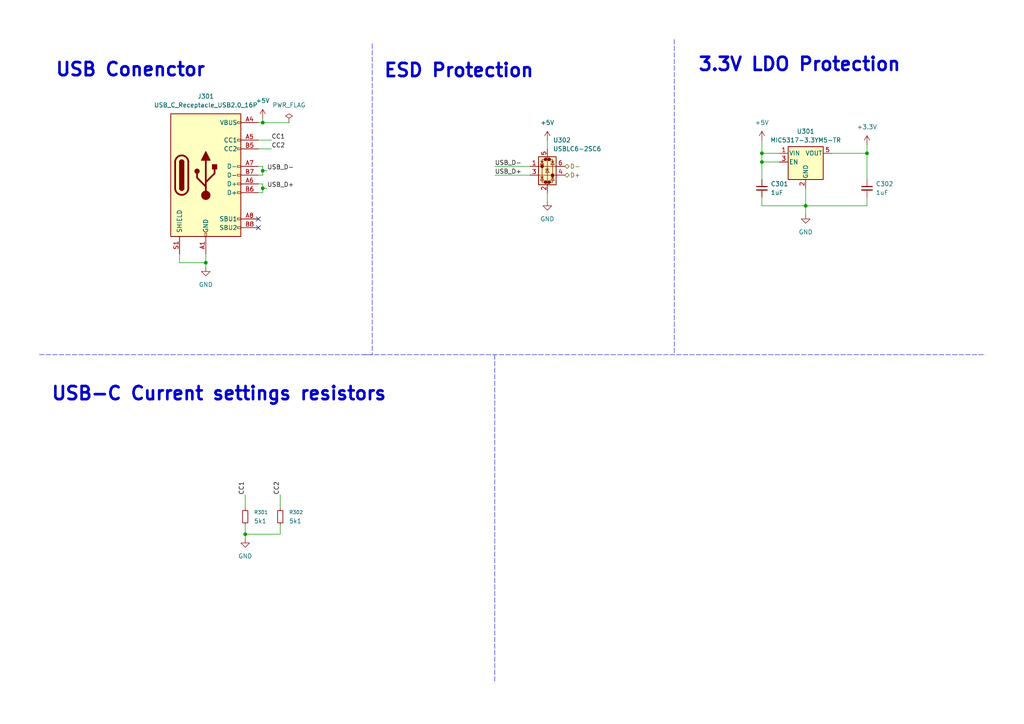
<source format=kicad_sch>
(kicad_sch (version 20250114) (generator "eeschema") (generator_version "9.0")
  (paper "A4")
  (title_block (title "STM32 Tuto USB") (date "2025-09-11") (rev "v1.0") (company "ENSEA") (comment 1 "Danilo Del Rio Cisneros"))
  (lib_symbols
    (symbol "Connector:USB_C_Receptacle_USB2.0_16P" (pin_names (offset 1.016))
      (property "Reference" "J" (at 0 22.225 0))
      (property "Value" "USB_C_Receptacle_USB2.0_16P" (at 0 19.685 0))
      (symbol "USB_C_Receptacle_USB2.0_16P_0_0"
        (rectangle (start -0.254 -17.78) (end 0.254 -16.764))
        (rectangle (start 10.16 15.494) (end 9.144 14.986))
        (rectangle (start 10.16 10.414) (end 9.144 9.906))
        (rectangle (start 10.16 7.874) (end 9.144 7.366))
        (rectangle (start 10.16 2.794) (end 9.144 2.286))
        (rectangle (start 10.16 0.254) (end 9.144 -0.254))
        (rectangle (start 10.16 -2.286) (end 9.144 -2.794))
        (rectangle (start 10.16 -4.826) (end 9.144 -5.334))
        (rectangle (start 10.16 -12.446) (end 9.144 -12.954))
        (rectangle (start 10.16 -14.986) (end 9.144 -15.494))
      )
      (symbol "USB_C_Receptacle_USB2.0_16P_0_1"
        (rectangle (start -10.16 17.78) (end 10.16 -17.78) (stroke (width 0.254)) (fill (type background)))
        (polyline (pts (xy -8.89 -3.81) (xy -8.89 3.81)) (stroke (width 0.508)))
        (rectangle (start -7.62 -3.81) (end -6.35 3.81) (stroke (width 0.254)) (fill (type outline)))
        (arc (start -7.62 3.81) (mid -6.985 4.4423) (end -6.35 3.81) (stroke (width 0.254)))
        (arc (start -7.62 3.81) (mid -6.985 4.4423) (end -6.35 3.81) (stroke (width 0.254)) (fill (type outline)))
        (arc (start -8.89 3.81) (mid -6.985 5.7067) (end -5.08 3.81) (stroke (width 0.508)))
        (arc (start -5.08 -3.81) (mid -6.985 -5.7067) (end -8.89 -3.81) (stroke (width 0.508)))
        (arc (start -6.35 -3.81) (mid -6.985 -4.4423) (end -7.62 -3.81) (stroke (width 0.254)))
        (arc (start -6.35 -3.81) (mid -6.985 -4.4423) (end -7.62 -3.81) (stroke (width 0.254)) (fill (type outline)))
        (polyline (pts (xy -5.08 3.81) (xy -5.08 -3.81)) (stroke (width 0.508)))
        (circle (center -2.54 1.143) (radius 0.635) (stroke (width 0.254)) (fill (type outline)))
        (polyline (pts (xy -1.27 4.318) (xy 0 6.858) (xy 1.27 4.318) (xy -1.27 4.318)) (stroke (width 0.254)) (fill (type outline)))
        (polyline (pts (xy 0 -2.032) (xy 2.54 0.508) (xy 2.54 1.778)) (stroke (width 0.508)))
        (polyline (pts (xy 0 -3.302) (xy -2.54 -0.762) (xy -2.54 0.508)) (stroke (width 0.508)))
        (polyline (pts (xy 0 -5.842) (xy 0 4.318)) (stroke (width 0.508)))
        (circle (center 0 -5.842) (radius 1.27) (fill (type outline)))
        (rectangle (start 1.905 1.778) (end 3.175 3.048) (stroke (width 0.254)) (fill (type outline)))
      )
      (symbol "USB_C_Receptacle_USB2.0_16P_1_1"
        (pin passive line (at -7.62 -22.86 90) (length 5.08) (name "SHIELD") (number "S1"))
        (pin passive line (at 0 -22.86 90) (length 5.08) (name "GND") (number "A1"))
        (pin passive line (at 0 -22.86 90) (length 5.08) (hide yes) (name "GND") (number "A12"))
        (pin passive line (at 0 -22.86 90) (length 5.08) (hide yes) (name "GND") (number "B1"))
        (pin passive line (at 0 -22.86 90) (length 5.08) (hide yes) (name "GND") (number "B12"))
        (pin passive line (at 15.24 15.24 180) (length 5.08) (name "VBUS") (number "A4"))
        (pin passive line (at 15.24 15.24 180) (length 5.08) (hide yes) (name "VBUS") (number "A9"))
        (pin passive line (at 15.24 15.24 180) (length 5.08) (hide yes) (name "VBUS") (number "B4"))
        (pin passive line (at 15.24 15.24 180) (length 5.08) (hide yes) (name "VBUS") (number "B9"))
        (pin bidirectional line (at 15.24 10.16 180) (length 5.08) (name "CC1") (number "A5"))
        (pin bidirectional line (at 15.24 7.62 180) (length 5.08) (name "CC2") (number "B5"))
        (pin bidirectional line (at 15.24 2.54 180) (length 5.08) (name "D-") (number "A7"))
        (pin bidirectional line (at 15.24 0 180) (length 5.08) (name "D-") (number "B7"))
        (pin bidirectional line (at 15.24 -2.54 180) (length 5.08) (name "D+") (number "A6"))
        (pin bidirectional line (at 15.24 -5.08 180) (length 5.08) (name "D+") (number "B6"))
        (pin bidirectional line (at 15.24 -12.7 180) (length 5.08) (name "SBU1") (number "A8"))
        (pin bidirectional line (at 15.24 -15.24 180) (length 5.08) (name "SBU2") (number "B8"))
      )
    )
    (symbol "Device:C_Small" (pin_numbers (hide yes)) (pin_names (offset 0.254) (hide yes))
      (property "Reference" "C" (at 0.254 1.778 0))
      (property "Value" "C_Small" (at 0.254 -2.032 0))
      (symbol "C_Small_0_1"
        (polyline (pts (xy -1.524 0.508) (xy 1.524 0.508)) (stroke (width 0.3048)))
        (polyline (pts (xy -1.524 -0.508) (xy 1.524 -0.508)) (stroke (width 0.3302)))
      )
      (symbol "C_Small_1_1"
        (pin passive line (at 0 2.54 270) (length 2.032) (name "~") (number "1"))
        (pin passive line (at 0 -2.54 90) (length 2.032) (name "~") (number "2"))
      )
    )
    (symbol "Device:R_Small" (pin_numbers (hide yes)) (pin_names (offset 0.254) (hide yes))
      (property "Reference" "R" (at 0 0 90))
      (property "Value" "R_Small" (at 1.778 0 90))
      (symbol "R_Small_0_1"
        (rectangle (start -0.762 1.778) (end 0.762 -1.778) (stroke (width 0.2032)))
      )
      (symbol "R_Small_1_1"
        (pin passive line (at 0 2.54 270) (length 0.762) (name "~") (number "1"))
        (pin passive line (at 0 -2.54 90) (length 0.762) (name "~") (number "2"))
      )
    )
    (symbol "Power_Protection:USBLC6-2SC6" (pin_names (hide yes))
      (property "Reference" "U" (at 0.635 5.715 0))
      (property "Value" "USBLC6-2SC6" (at 0.635 3.81 0))
      (symbol "USBLC6-2SC6_0_0"
        (circle (center -1.524 0) (radius 0.0001) (stroke (width 0.508)))
        (circle (center -0.508 2.032) (radius 0.0001) (stroke (width 0.508)))
        (circle (center -0.508 -4.572) (radius 0.0001) (stroke (width 0.508)))
        (circle (center 0.508 2.032) (radius 0.0001) (stroke (width 0.508)))
        (circle (center 0.508 -4.572) (radius 0.0001) (stroke (width 0.508)))
        (circle (center 1.524 -2.54) (radius 0.0001) (stroke (width 0.508)))
      )
      (symbol "USBLC6-2SC6_0_1"
        (polyline (pts (xy -2.54 0) (xy 2.54 0)))
        (polyline (pts (xy -2.54 -2.54) (xy 2.54 -2.54)))
        (polyline (pts (xy -2.032 0.508) (xy -1.016 0.508) (xy -1.524 1.524) (xy -2.032 0.508)))
        (polyline (pts (xy -2.032 -3.048) (xy -1.016 -3.048)))
        (polyline (pts (xy -1.016 1.524) (xy -2.032 1.524)))
        (polyline (pts (xy -1.016 -4.064) (xy -2.032 -4.064) (xy -1.524 -3.048) (xy -1.016 -4.064)))
        (polyline (pts (xy -0.508 -1.143) (xy -0.508 -0.762) (xy 0.508 -0.762)))
        (polyline (pts (xy 0 2.54) (xy -0.508 2.032) (xy 0.508 2.032) (xy 0 1.524) (xy 0 -4.064) (xy -0.508 -4.572) (xy 0.508 -4.572) (xy 0 -5.08)))
        (polyline (pts (xy 0.508 -1.778) (xy -0.508 -1.778) (xy 0 -0.762) (xy 0.508 -1.778)))
        (polyline (pts (xy 1.016 1.524) (xy 2.032 1.524)))
        (polyline (pts (xy 1.016 -3.048) (xy 2.032 -3.048)))
        (polyline (pts (xy 2.032 0.508) (xy 1.016 0.508) (xy 1.524 1.524) (xy 2.032 0.508)))
        (polyline (pts (xy 2.032 -4.064) (xy 1.016 -4.064) (xy 1.524 -3.048) (xy 2.032 -4.064)))
      )
      (symbol "USBLC6-2SC6_1_1"
        (rectangle (start -2.54 2.794) (end 2.54 -5.334) (stroke (width 0.254)) (fill (type background)))
        (polyline (pts (xy -0.508 2.032) (xy -1.524 2.032) (xy -1.524 -4.572) (xy -0.508 -4.572)))
        (polyline (pts (xy 0.508 -4.572) (xy 1.524 -4.572) (xy 1.524 2.032) (xy 0.508 2.032)))
        (pin passive line (at -5.08 0 0) (length 2.54) (name "I/O1") (number "1"))
        (pin passive line (at -5.08 -2.54 0) (length 2.54) (name "I/O2") (number "3"))
        (pin passive line (at 0 5.08 270) (length 2.54) (name "VBUS") (number "5"))
        (pin passive line (at 0 -7.62 90) (length 2.54) (name "GND") (number "2"))
        (pin passive line (at 5.08 0 180) (length 2.54) (name "I/O1") (number "6"))
        (pin passive line (at 5.08 -2.54 180) (length 2.54) (name "I/O2") (number "4"))
      )
    )
    (symbol "Regulator_Linear:MIC5317-3.3xM5" (pin_names (offset 0.254))
      (property "Reference" "U" (at -6.35 6.35 0))
      (property "Value" "MIC5317-3.3xM5" (at 0 6.35 0))
      (symbol "MIC5317-3.3xM5_0_1"
        (rectangle (start -5.08 4.445) (end 5.08 -5.08) (stroke (width 0.254)) (fill (type background)))
      )
      (symbol "MIC5317-3.3xM5_1_1"
        (pin power_in line (at -7.62 2.54 0) (length 2.54) (name "VIN") (number "1"))
        (pin input line (at -7.62 0 0) (length 2.54) (name "EN") (number "3"))
        (pin power_in line (at 0 -7.62 90) (length 2.54) (name "GND") (number "2"))
        (pin no_connect line (at 5.08 0 180) (length 2.54) (hide yes) (name "NC") (number "4"))
        (pin power_out line (at 7.62 2.54 180) (length 2.54) (name "VOUT") (number "5"))
      )
    )
    (symbol "power:+3.3V" (power) (pin_numbers (hide yes)) (pin_names (offset 0) (hide yes))
      (property "Value" "+3.3V" (at 0 3.556 0))
      (symbol "+3.3V_0_1"
        (polyline (pts (xy -0.762 1.27) (xy 0 2.54)))
        (polyline (pts (xy 0 2.54) (xy 0.762 1.27)))
        (polyline (pts (xy 0 0) (xy 0 2.54)))
      )
      (symbol "+3.3V_1_1"
        (pin power_in line (at 0 0 90) (length 0) (name "~") (number "1"))
      )
    )
    (symbol "power:+5V" (power) (pin_numbers (hide yes)) (pin_names (offset 0) (hide yes))
      (property "Value" "+5V" (at 0 3.556 0))
      (symbol "+5V_0_1"
        (polyline (pts (xy -0.762 1.27) (xy 0 2.54)))
        (polyline (pts (xy 0 2.54) (xy 0.762 1.27)))
        (polyline (pts (xy 0 0) (xy 0 2.54)))
      )
      (symbol "+5V_1_1"
        (pin power_in line (at 0 0 90) (length 0) (name "~") (number "1"))
      )
    )
    (symbol "power:GND" (power) (pin_numbers (hide yes)) (pin_names (offset 0) (hide yes))
      (property "Value" "GND" (at 0 -3.81 0))
      (symbol "GND_0_1"
        (polyline (pts (xy 0 0) (xy 0 -1.27) (xy 1.27 -1.27) (xy 0 -2.54) (xy -1.27 -1.27) (xy 0 -1.27)))
      )
      (symbol "GND_1_1"
        (pin power_in line (at 0 0 270) (length 0) (name "~") (number "1"))
      )
    )
    (symbol "power:PWR_FLAG" (power) (pin_numbers (hide yes)) (pin_names (offset 0) (hide yes))
      (property "Value" "PWR_FLAG" (at 0 3.81 0))
      (symbol "PWR_FLAG_0_0"
        (pin power_out line (at 0 0 90) (length 0) (name "~") (number "1"))
      )
      (symbol "PWR_FLAG_0_1"
        (polyline (pts (xy 0 0) (xy 0 1.27) (xy -1.016 1.905) (xy 0 2.54) (xy 1.016 1.905) (xy 0 1.27)))
      )
    )
  )
  (text "3.3V LDO Protection" (at 231.902 18.796 0) (effects (font (size 3.81 3.81) (thickness 0.762) (bold yes))))
  (text "ESD Protection" (at 133.096 20.574 0) (effects (font (size 3.81 3.81) (thickness 0.762) (bold yes))))
  (text "USB-C Current settings resistors" (at 63.5 114.3 0) (effects (font (size 3.81 3.81) (thickness 0.762) (bold yes))))
  (text "USB Conenctor\n" (at 37.846 20.32 0) (effects (font (size 3.81 3.81) (thickness 0.762) (bold yes))))
  (junction (at 233.68 59.69))
  (junction (at 76.2 49.53))
  (junction (at 220.98 46.99))
  (junction (at 220.98 44.45))
  (junction (at 76.2 35.56))
  (junction (at 251.46 44.45))
  (junction (at 76.2 54.61))
  (junction (at 71.12 154.94))
  (junction (at 59.69 76.2))
  (no_connect (at 74.93 66.04))
  (no_connect (at 74.93 63.5))
  (wire (pts (xy 158.75 55.88) (xy 158.75 58.42)))
  (wire (pts (xy 71.12 154.94) (xy 81.28 154.94)))
  (wire (pts (xy 158.75 40.64) (xy 158.75 43.18)))
  (wire (pts (xy 251.46 57.15) (xy 251.46 59.69)))
  (wire (pts (xy 81.28 143.51) (xy 81.28 147.32)))
  (wire (pts (xy 71.12 152.4) (xy 71.12 154.94)))
  (wire (pts (xy 76.2 48.26) (xy 76.2 49.53)))
  (wire (pts (xy 74.93 50.8) (xy 76.2 50.8)))
  (wire (pts (xy 74.93 43.18) (xy 78.74 43.18)))
  (wire (pts (xy 143.51 50.8) (xy 153.67 50.8)))
  (wire (pts (xy 52.07 73.66) (xy 52.07 76.2)))
  (polyline (pts (xy 195.58 11.43) (xy 195.58 102.87)) (stroke (width 0.127) (type dash)))
  (wire (pts (xy 74.93 40.64) (xy 78.74 40.64)))
  (wire (pts (xy 74.93 53.34) (xy 76.2 53.34)))
  (wire (pts (xy 74.93 35.56) (xy 76.2 35.56)))
  (wire (pts (xy 76.2 35.56) (xy 76.2 34.29)))
  (wire (pts (xy 74.93 48.26) (xy 76.2 48.26)))
  (wire (pts (xy 59.69 73.66) (xy 59.69 76.2)))
  (wire (pts (xy 143.51 48.26) (xy 153.67 48.26)))
  (wire (pts (xy 71.12 154.94) (xy 71.12 156.21)))
  (wire (pts (xy 251.46 59.69) (xy 233.68 59.69)))
  (wire (pts (xy 76.2 35.56) (xy 83.82 35.56)))
  (wire (pts (xy 76.2 49.53) (xy 76.2 50.8)))
  (wire (pts (xy 251.46 44.45) (xy 251.46 52.07)))
  (wire (pts (xy 76.2 53.34) (xy 76.2 54.61)))
  (wire (pts (xy 220.98 46.99) (xy 220.98 52.07)))
  (polyline (pts (xy 107.95 12.7) (xy 107.95 102.87)) (stroke (width 0.127) (type dash)))
  (wire (pts (xy 76.2 54.61) (xy 76.2 55.88)))
  (polyline (pts (xy 105.41 102.87) (xy 107.95 102.87)) (stroke (width 0.127) (type dash)))
  (wire (pts (xy 220.98 44.45) (xy 226.06 44.45)))
  (wire (pts (xy 220.98 44.45) (xy 220.98 40.64)))
  (wire (pts (xy 241.3 44.45) (xy 251.46 44.45)))
  (wire (pts (xy 233.68 59.69) (xy 233.68 62.23)))
  (wire (pts (xy 74.93 55.88) (xy 76.2 55.88)))
  (wire (pts (xy 71.12 143.51) (xy 71.12 147.32)))
  (wire (pts (xy 52.07 76.2) (xy 59.69 76.2)))
  (polyline (pts (xy 143.51 102.87) (xy 143.51 198.12)) (stroke (width 0.127) (type dash)))
  (wire (pts (xy 251.46 44.45) (xy 251.46 41.91)))
  (wire (pts (xy 226.06 46.99) (xy 220.98 46.99)))
  (wire (pts (xy 81.28 152.4) (xy 81.28 154.94)))
  (wire (pts (xy 76.2 49.53) (xy 77.47 49.53)))
  (wire (pts (xy 220.98 46.99) (xy 220.98 44.45)))
  (wire (pts (xy 220.98 59.69) (xy 233.68 59.69)))
  (wire (pts (xy 59.69 76.2) (xy 59.69 77.47)))
  (wire (pts (xy 76.2 54.61) (xy 77.47 54.61)))
  (wire (pts (xy 220.98 57.15) (xy 220.98 59.69)))
  (wire (pts (xy 233.68 54.61) (xy 233.68 59.69)))
  (polyline (pts (xy 11.43 102.87) (xy 285.75 102.87)) (stroke (width 0.127) (type dash)))
  (label "USB_D+" (at 143.51 50.8 0))
  (label "USB_D+" (at 77.47 54.61 0))
  (label "CC2" (at 78.74 43.18 0))
  (label "CC2" (at 81.28 143.51 90))
  (label "USB_D-" (at 143.51 48.26 0))
  (label "USB_D-" (at 77.47 49.53 0))
  (label "CC1" (at 78.74 40.64 0))
  (label "CC1" (at 71.12 143.51 90))
  (hierarchical_label "D-" (shape bidirectional) (at 163.83 48.26 0))
  (hierarchical_label "D+" (shape bidirectional) (at 163.83 50.8 0))
  (symbol (lib_id "power:+5V") (at 76.2 34.29 0) (unit 1)
    (property "Reference" "#PWR0301" (effects (hide yes)))
    (property "Value" "+5V" (at 76.2 29.21 0))
    (property "Description" "Power symbol creates a global label with name \"+5V\"" (effects (hide yes)))
  )
  (symbol (lib_id "power:GND") (at 59.69 77.47 0) (unit 1)
    (property "Reference" "#PWR0307" (effects (hide yes)))
    (property "Value" "GND" (at 59.69 82.55 0))
    (property "Description" "Power symbol creates a global label with name \"GND\" , ground" (effects (hide yes)))
  )
  (symbol (lib_id "Device:C_Small") (at 251.46 54.61 0) (unit 1)
    (property "Reference" "C302" (at 254 53.3462 0) (effects (justify left)))
    (property "Value" "1uF" (at 254 55.8862 0) (effects (justify left)))
    (property "Footprint" "Capacitor_SMD:C_0603_1608Metric_Pad1.08x0.95mm_HandSolder" (effects (hide yes)))
    (property "Description" "Unpolarized capacitor, small symbol" (effects (hide yes)))
  )
  (symbol (lib_id "Device:R_Small") (at 71.12 149.86 0) (unit 1)
    (property "Reference" "R301" (at 73.66 148.5899 0) (effects (font (size 1.016 1.016)) (justify left)))
    (property "Value" "5k1" (at 73.66 151.1299 0) (effects (justify left)))
    (property "Footprint" "Resistor_SMD:R_0603_1608Metric_Pad0.98x0.95mm_HandSolder" (effects (hide yes)))
    (property "Description" "Resistor, small symbol" (effects (hide yes)))
  )
  (symbol (lib_id "power:GND") (at 158.75 58.42 0) (unit 1)
    (property "Reference" "#PWR0305" (effects (hide yes)))
    (property "Value" "GND" (at 158.75 63.5 0))
    (property "Description" "Power symbol creates a global label with name \"GND\" , ground" (effects (hide yes)))
  )
  (symbol (lib_id "Connector:USB_C_Receptacle_USB2.0_16P") (at 59.69 50.8 0) (unit 1)
    (property "Reference" "J301" (at 59.69 27.94 0))
    (property "Value" "USB_C_Receptacle_USB2.0_16P" (at 59.69 30.48 0))
    (property "Footprint" "Connector_USB:USB_C_Receptacle_GCT_USB4105-xx-A_16P_TopMnt_Horizontal" (effects (hide yes)))
    (property "Datasheet" "https://www.usb.org/sites/default/files/documents/usb_type-c.zip" (effects (hide yes)))
    (property "Description" "USB 2.0-only 16P Type-C Receptacle connector" (effects (hide yes)))
  )
  (symbol (lib_id "power:GND") (at 233.68 62.23 0) (unit 1)
    (property "Reference" "#PWR0306" (effects (hide yes)))
    (property "Value" "GND" (at 233.68 67.31 0))
    (property "Description" "Power symbol creates a global label with name \"GND\" , ground" (effects (hide yes)))
  )
  (symbol (lib_id "power:GND") (at 71.12 156.21 0) (unit 1)
    (property "Reference" "#PWR0308" (effects (hide yes)))
    (property "Value" "GND" (at 71.12 161.29 0))
    (property "Description" "Power symbol creates a global label with name \"GND\" , ground" (effects (hide yes)))
  )
  (symbol (lib_id "Device:C_Small") (at 220.98 54.61 0) (unit 1)
    (property "Reference" "C301" (at 223.52 53.3462 0) (effects (justify left)))
    (property "Value" "1uF" (at 223.52 55.8862 0) (effects (justify left)))
    (property "Footprint" "Capacitor_SMD:C_0603_1608Metric_Pad1.08x0.95mm_HandSolder" (effects (hide yes)))
    (property "Description" "Unpolarized capacitor, small symbol" (effects (hide yes)))
  )
  (symbol (lib_id "power:+5V") (at 220.98 40.64 0) (unit 1)
    (property "Reference" "#PWR0303" (effects (hide yes)))
    (property "Value" "+5V" (at 220.98 35.56 0))
    (property "Description" "Power symbol creates a global label with name \"+5V\"" (effects (hide yes)))
  )
  (symbol (lib_id "power:+5V") (at 158.75 40.64 0) (unit 1)
    (property "Reference" "#PWR0302" (effects (hide yes)))
    (property "Value" "+5V" (at 158.75 35.56 0))
    (property "Description" "Power symbol creates a global label with name \"+5V\"" (effects (hide yes)))
  )
  (symbol (lib_id "Regulator_Linear:MIC5317-3.3xM5") (at 233.68 46.99 0) (unit 1)
    (property "Reference" "U301" (at 233.68 38.1 0))
    (property "Value" "MIC5317-3.3YM5-TR" (at 233.68 40.64 0))
    (property "Footprint" "Package_TO_SOT_SMD:SOT-23-5" (effects (hide yes)))
    (property "Datasheet" "https://ww1.microchip.com/downloads/aemDocuments/documents/OTH/ProductDocuments/DataSheets/MIC5317-High-Performance-Single-150mA-LDO-DS20006195B.pdf" (effects (hide yes)))
    (property "Description" "150mA Low-dropout Voltage Regulator, Vout 3.3V, Vin up to 6V, SOT23-5" (effects (hide yes)))
  )
  (symbol (lib_id "Device:R_Small") (at 81.28 149.86 0) (unit 1)
    (property "Reference" "R302" (at 83.82 148.5899 0) (effects (font (size 1.016 1.016)) (justify left)))
    (property "Value" "5k1" (at 83.82 151.1299 0) (effects (justify left)))
    (property "Footprint" "Resistor_SMD:R_0603_1608Metric_Pad0.98x0.95mm_HandSolder" (effects (hide yes)))
    (property "Description" "Resistor, small symbol" (effects (hide yes)))
  )
  (symbol (lib_id "power:PWR_FLAG") (at 83.82 35.56 0) (unit 1)
    (property "Reference" "#FLG0301" (effects (hide yes)))
    (property "Value" "PWR_FLAG" (at 83.82 30.48 0))
    (property "Description" "Special symbol for telling ERC where power comes from" (effects (hide yes)))
  )
  (symbol (lib_id "Power_Protection:USBLC6-2SC6") (at 158.75 48.26 0) (unit 1)
    (property "Reference" "U302" (at 160.4011 40.64 0) (effects (justify left)))
    (property "Value" "USBLC6-2SC6" (at 160.4011 43.18 0) (effects (justify left)))
    (property "Footprint" "Package_TO_SOT_SMD:SOT-23-6" (effects (hide yes)))
    (property "Datasheet" "https://www.st.com/resource/en/datasheet/usblc6-2.pdf" (effects (hide yes)))
    (property "Description" "Very low capacitance ESD protection diode, 2 data-line, SOT-23-6" (effects (hide yes)))
  )
  (symbol (lib_id "power:+3.3V") (at 251.46 41.91 0) (unit 1)
    (property "Reference" "#PWR0304" (effects (hide yes)))
    (property "Value" "+3.3V" (at 251.46 36.83 0))
    (property "Description" "Power symbol creates a global label with name \"+3.3V\"" (effects (hide yes)))
  )
)
</source>
